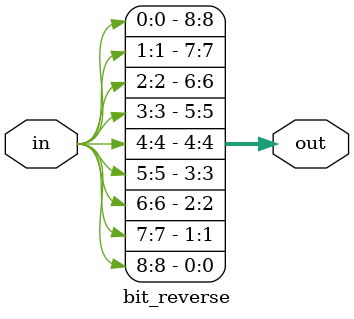
<source format=sv>

module fft_butterfly
  #(parameter width=16)
   (input logic [2*width-1:0] twiddle,
    input logic [2*width-1:0]  a,
    input logic [2*width-1:0]  b,
    output logic [2*width-1:0] aout,
    output logic [2*width-1:0] bout);

   logic signed [width-1:0]    a_re, a_im, aout_re, aout_im, bout_re, bout_im;
   logic signed [width-1:0]    b_re_mult, b_im_mult;
   logic [2*width-1:0]         b_mult;

   // expand to re and im components
   assign a_re = a[2*width-1:width];
   assign a_im = a[width-1:0];
   
   // perform computation
   complex_mult #(width) twiddle_mult(b, twiddle, b_mult);
   assign b_re_mult = b_mult[2*width-1:width];
   assign b_im_mult = b_mult[width-1:0];

   assign aout_re = a_re + b_re_mult;
   assign aout_im = a_im + b_im_mult;

   assign bout_re = a_re - b_re_mult;
   assign bout_im = a_im - b_im_mult;

   // pack re and im outputs
   assign aout = {aout_re, aout_im};
   assign bout = {bout_re, bout_im};
   
endmodule // fft_butterfly

module mult
  #(parameter width=16)
   (input logic signed [width-1:0]  a,
    input logic signed [width-1:0]  b,
    output logic signed [width-1:0] out);

   logic [2*width-1:0]              untruncated_out;

   assign untruncated_out = a * b;
   assign out = untruncated_out[2*width-2:width-1] + untruncated_out[width-2];
   // We can discard the msb as long as we're not
   // multiplying two maximum mag. negative numbers.

endmodule // mult

// Complex multiplication.
module complex_mult
  #(parameter width=16)
   (input logic [2*width-1:0]  a,
    input logic [2*width-1:0]  b,
    output logic [2*width-1:0] out);

   logic signed [width-1:0]    a_re, a_im, b_re, b_im, out_re, out_im;
   assign a_re = a[2*width-1:width]; assign a_im = a[width-1:0];
   assign b_re = b[2*width-1:width]; assign b_im = b[width-1:0];

   logic signed [width-1:0]    a_re_be_re, a_im_b_im, a_re_b_im, a_im_b_re;
   mult #(width) m1 (a_re, b_re, a_re_be_re);
   mult #(width) m2 (a_im, b_im, a_im_b_im);
   mult #(width) m3 (a_re, b_im, a_re_b_im);
   mult #(width) m4 (a_im, b_re, a_im_b_re);

   assign out_re = (a_re_be_re) - (a_im_b_im);
   assign out_im = (a_re_b_im) + (a_im_b_re);
   assign out = {out_re, out_im};
endmodule // complex_mult

// Parameterized bit reversal.
module bit_reverse
  #(parameter M=9)
   (input logic [M-1:0] in,
    output logic [M-1:0] out);

   genvar                  i;
   generate
      for(i=0; i<M; i=i+1) begin : BIT_REVERSE
	 assign out[i] = in[M-i-1];
      end
   endgenerate

endmodule // bit_reverse
</source>
